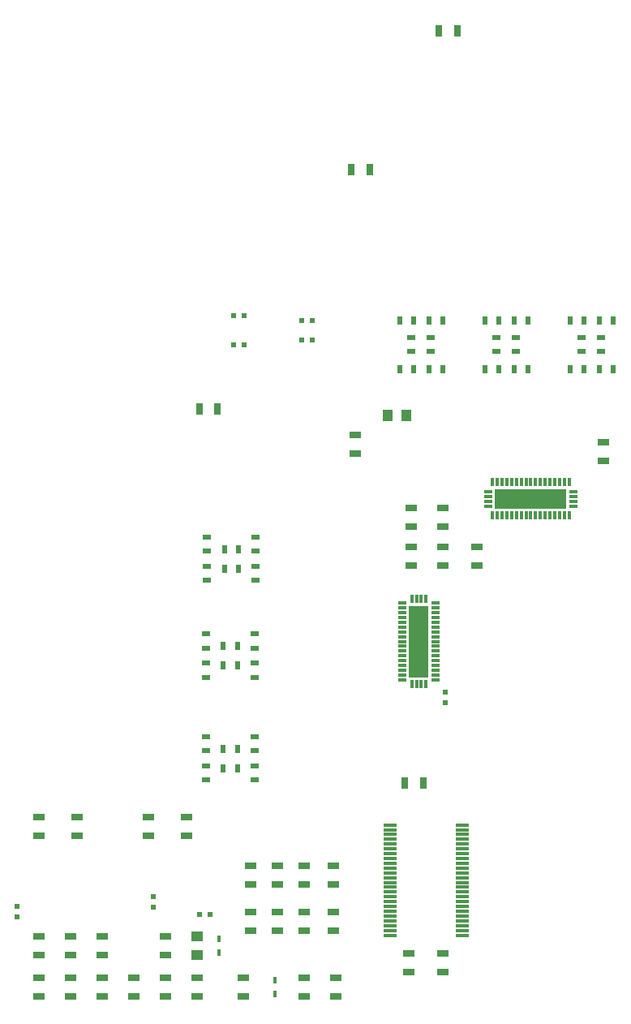
<source format=gbr>
%TF.GenerationSoftware,KiCad,Pcbnew,(6.0.9)*%
%TF.CreationDate,2022-12-19T19:37:01+02:00*%
%TF.ProjectId,FMC_MIPI_v2,464d435f-4d49-4504-995f-76322e6b6963,rev?*%
%TF.SameCoordinates,Original*%
%TF.FileFunction,Paste,Top*%
%TF.FilePolarity,Positive*%
%FSLAX46Y46*%
G04 Gerber Fmt 4.6, Leading zero omitted, Abs format (unit mm)*
G04 Created by KiCad (PCBNEW (6.0.9)) date 2022-12-19 19:37:01*
%MOMM*%
%LPD*%
G01*
G04 APERTURE LIST*
%ADD10R,1.475000X0.300000*%
%ADD11R,0.420000X0.750000*%
%ADD12R,0.299720X0.848360*%
%ADD13R,0.848360X0.299720*%
%ADD14R,7.548880X2.049780*%
%ADD15R,0.900000X0.500000*%
%ADD16R,0.500000X0.900000*%
%ADD17R,1.300000X0.700000*%
%ADD18R,0.700000X1.300000*%
%ADD19R,1.000000X1.250000*%
%ADD20R,2.049780X7.548880*%
%ADD21R,0.500000X0.600000*%
%ADD22R,1.250000X1.000000*%
%ADD23R,0.600000X0.500000*%
G04 APERTURE END LIST*
D10*
%TO.C,U3*%
X131594000Y-119472000D03*
X131594000Y-119972000D03*
X131594000Y-120472000D03*
X131594000Y-120972000D03*
X131594000Y-121472000D03*
X131594000Y-121972000D03*
X131594000Y-122472000D03*
X131594000Y-122972000D03*
X131594000Y-123472000D03*
X131594000Y-123972000D03*
X131594000Y-124472000D03*
X131594000Y-124972000D03*
X131594000Y-125472000D03*
X131594000Y-125972000D03*
X131594000Y-126472000D03*
X131594000Y-126972000D03*
X131594000Y-127472000D03*
X131594000Y-127972000D03*
X131594000Y-128472000D03*
X131594000Y-128972000D03*
X131594000Y-129472000D03*
X131594000Y-129972000D03*
X131594000Y-130472000D03*
X131594000Y-130972000D03*
X139170000Y-130972000D03*
X139170000Y-130472000D03*
X139170000Y-129972000D03*
X139170000Y-129472000D03*
X139170000Y-128972000D03*
X139170000Y-128472000D03*
X139170000Y-127972000D03*
X139170000Y-127472000D03*
X139170000Y-126972000D03*
X139170000Y-126472000D03*
X139170000Y-125972000D03*
X139170000Y-125472000D03*
X139170000Y-124972000D03*
X139170000Y-124472000D03*
X139170000Y-123972000D03*
X139170000Y-123472000D03*
X139170000Y-122972000D03*
X139170000Y-122472000D03*
X139170000Y-121972000D03*
X139170000Y-121472000D03*
X139170000Y-120972000D03*
X139170000Y-120472000D03*
X139170000Y-119972000D03*
X139170000Y-119472000D03*
%TD*%
D11*
%TO.C,D2*%
X119634000Y-135698000D03*
X119634000Y-137098000D03*
%TD*%
%TO.C,D1*%
X113792000Y-131380000D03*
X113792000Y-132780000D03*
%TD*%
D12*
%TO.C,U6*%
X142306040Y-87170260D03*
X142806420Y-87170260D03*
X143304260Y-87170260D03*
X143804640Y-87170260D03*
X144305020Y-87170260D03*
X144805400Y-87170260D03*
X145305780Y-87170260D03*
X145806160Y-87170260D03*
X146304000Y-87170260D03*
X146801840Y-87170260D03*
X147302220Y-87170260D03*
X147802600Y-87170260D03*
X148302980Y-87170260D03*
X148803360Y-87170260D03*
X149303740Y-87170260D03*
X149801580Y-87170260D03*
X150301960Y-87170260D03*
D13*
X150776940Y-86194900D03*
X150776940Y-85694520D03*
X150776940Y-85196680D03*
X150776940Y-84696300D03*
D12*
X150301960Y-83720940D03*
X149801580Y-83720940D03*
X149303740Y-83720940D03*
X148803360Y-83720940D03*
X148302980Y-83720940D03*
X147802600Y-83720940D03*
X147302220Y-83720940D03*
X146801840Y-83720940D03*
X146304000Y-83720940D03*
X145806160Y-83720940D03*
X145305780Y-83720940D03*
X144805400Y-83720940D03*
X144305020Y-83720940D03*
X143804640Y-83720940D03*
X143304260Y-83720940D03*
X142806420Y-83720940D03*
X142306040Y-83720940D03*
D13*
X141831060Y-84696300D03*
X141831060Y-85196680D03*
X141831060Y-85694520D03*
X141831060Y-86194900D03*
D14*
X146304000Y-85445600D03*
%TD*%
D15*
%TO.C,R54*%
X135890000Y-70092000D03*
X135890000Y-68592000D03*
%TD*%
D16*
%TO.C,R52*%
X135648000Y-66802000D03*
X137148000Y-66802000D03*
%TD*%
%TO.C,R48*%
X115685000Y-100812600D03*
X114185000Y-100812600D03*
%TD*%
%TO.C,R51*%
X132600000Y-66802000D03*
X134100000Y-66802000D03*
%TD*%
D15*
%TO.C,R53*%
X133858000Y-70092000D03*
X133858000Y-68592000D03*
%TD*%
D16*
%TO.C,R47*%
X115685000Y-102844600D03*
X114185000Y-102844600D03*
%TD*%
D15*
%TO.C,R45*%
X112395000Y-104102600D03*
X112395000Y-102602600D03*
%TD*%
%TO.C,R46*%
X112395000Y-101054600D03*
X112395000Y-99554600D03*
%TD*%
D17*
%TO.C,R1*%
X137160000Y-86426000D03*
X137160000Y-88326000D03*
%TD*%
%TO.C,R38*%
X153924000Y-81468000D03*
X153924000Y-79568000D03*
%TD*%
D16*
%TO.C,R63*%
X150380000Y-66802000D03*
X151880000Y-66802000D03*
%TD*%
%TO.C,R64*%
X153428000Y-66802000D03*
X154928000Y-66802000D03*
%TD*%
D15*
%TO.C,R65*%
X151638000Y-70092000D03*
X151638000Y-68592000D03*
%TD*%
%TO.C,R66*%
X153670000Y-70092000D03*
X153670000Y-68592000D03*
%TD*%
D17*
%TO.C,R5*%
X117094000Y-123764000D03*
X117094000Y-125664000D03*
%TD*%
%TO.C,R7*%
X119888000Y-128590000D03*
X119888000Y-130490000D03*
%TD*%
%TO.C,R14*%
X133604000Y-134808000D03*
X133604000Y-132908000D03*
%TD*%
D18*
%TO.C,R18*%
X136718000Y-36576000D03*
X138618000Y-36576000D03*
%TD*%
D17*
%TO.C,R9*%
X122682000Y-130490000D03*
X122682000Y-128590000D03*
%TD*%
%TO.C,R6*%
X117094000Y-128590000D03*
X117094000Y-130490000D03*
%TD*%
%TO.C,R11*%
X125730000Y-123764000D03*
X125730000Y-125664000D03*
%TD*%
%TO.C,R8*%
X116332000Y-137348000D03*
X116332000Y-135448000D03*
%TD*%
D19*
%TO.C,C27*%
X133334000Y-76708000D03*
X131334000Y-76708000D03*
%TD*%
D17*
%TO.C,R17*%
X128016000Y-78806000D03*
X128016000Y-80706000D03*
%TD*%
%TO.C,R27*%
X133858000Y-92390000D03*
X133858000Y-90490000D03*
%TD*%
D16*
%TO.C,R58*%
X144538000Y-66802000D03*
X146038000Y-66802000D03*
%TD*%
%TO.C,R57*%
X141490000Y-66802000D03*
X142990000Y-66802000D03*
%TD*%
D15*
%TO.C,R60*%
X144780000Y-70092000D03*
X144780000Y-68592000D03*
%TD*%
%TO.C,R59*%
X142748000Y-70092000D03*
X142748000Y-68592000D03*
%TD*%
D13*
%TO.C,U5*%
X136344660Y-104327960D03*
X136344660Y-103827580D03*
X136344660Y-103329740D03*
X136344660Y-102829360D03*
X136344660Y-102328980D03*
X136344660Y-101828600D03*
X136344660Y-101328220D03*
X136344660Y-100827840D03*
X136344660Y-100330000D03*
X136344660Y-99832160D03*
X136344660Y-99331780D03*
X136344660Y-98831400D03*
X136344660Y-98331020D03*
X136344660Y-97830640D03*
X136344660Y-97330260D03*
X136344660Y-96832420D03*
X136344660Y-96332040D03*
D12*
X135369300Y-95857060D03*
X134868920Y-95857060D03*
X134371080Y-95857060D03*
X133870700Y-95857060D03*
D13*
X132895340Y-96332040D03*
X132895340Y-96832420D03*
X132895340Y-97330260D03*
X132895340Y-97830640D03*
X132895340Y-98331020D03*
X132895340Y-98831400D03*
X132895340Y-99331780D03*
X132895340Y-99832160D03*
X132895340Y-100330000D03*
X132895340Y-100827840D03*
X132895340Y-101328220D03*
X132895340Y-101828600D03*
X132895340Y-102328980D03*
X132895340Y-102829360D03*
X132895340Y-103329740D03*
X132895340Y-103827580D03*
X132895340Y-104327960D03*
D12*
X133870700Y-104802940D03*
X134371080Y-104802940D03*
X134868920Y-104802940D03*
X135369300Y-104802940D03*
D20*
X134620000Y-100330000D03*
%TD*%
D21*
%TO.C,C19*%
X137414000Y-106722000D03*
X137414000Y-105622000D03*
%TD*%
D17*
%TO.C,R75*%
X137160000Y-92390000D03*
X137160000Y-90490000D03*
%TD*%
%TO.C,R29*%
X104902000Y-137348000D03*
X104902000Y-135448000D03*
%TD*%
%TO.C,R30*%
X108204000Y-135448000D03*
X108204000Y-137348000D03*
%TD*%
%TO.C,R32*%
X98298000Y-137348000D03*
X98298000Y-135448000D03*
%TD*%
%TO.C,R33*%
X101600000Y-137348000D03*
X101600000Y-135448000D03*
%TD*%
%TO.C,R34*%
X94996000Y-137348000D03*
X94996000Y-135448000D03*
%TD*%
%TO.C,R35*%
X111506000Y-135448000D03*
X111506000Y-137348000D03*
%TD*%
%TO.C,R36*%
X137160000Y-132908000D03*
X137160000Y-134808000D03*
%TD*%
D21*
%TO.C,C37*%
X106934000Y-126958000D03*
X106934000Y-128058000D03*
%TD*%
D15*
%TO.C,R40*%
X112395000Y-111748000D03*
X112395000Y-110248000D03*
%TD*%
D16*
%TO.C,R42*%
X115685000Y-111506000D03*
X114185000Y-111506000D03*
%TD*%
D15*
%TO.C,R39*%
X112395000Y-114796000D03*
X112395000Y-113296000D03*
%TD*%
D17*
%TO.C,R37*%
X140716000Y-92390000D03*
X140716000Y-90490000D03*
%TD*%
%TO.C,R3*%
X122682000Y-123764000D03*
X122682000Y-125664000D03*
%TD*%
%TO.C,R20*%
X94996000Y-120584000D03*
X94996000Y-118684000D03*
%TD*%
%TO.C,R22*%
X98933000Y-118684000D03*
X98933000Y-120584000D03*
%TD*%
%TO.C,R21*%
X106426000Y-118684000D03*
X106426000Y-120584000D03*
%TD*%
%TO.C,R19*%
X110363000Y-120584000D03*
X110363000Y-118684000D03*
%TD*%
%TO.C,R26*%
X108204000Y-131130000D03*
X108204000Y-133030000D03*
%TD*%
%TO.C,R25*%
X101600000Y-131130000D03*
X101600000Y-133030000D03*
%TD*%
%TO.C,R23*%
X94996000Y-133030000D03*
X94996000Y-131130000D03*
%TD*%
%TO.C,R24*%
X98298000Y-133030000D03*
X98298000Y-131130000D03*
%TD*%
D22*
%TO.C,C4*%
X111506000Y-133080000D03*
X111506000Y-131080000D03*
%TD*%
D16*
%TO.C,R41*%
X115685000Y-113538000D03*
X114185000Y-113538000D03*
%TD*%
D17*
%TO.C,R4*%
X119888000Y-123764000D03*
X119888000Y-125664000D03*
%TD*%
D18*
%TO.C,R31*%
X133162000Y-115062000D03*
X135062000Y-115062000D03*
%TD*%
D23*
%TO.C,C41*%
X111718000Y-128778000D03*
X112818000Y-128778000D03*
%TD*%
D15*
%TO.C,R43*%
X117475000Y-114796000D03*
X117475000Y-113296000D03*
%TD*%
%TO.C,R44*%
X117475000Y-111748000D03*
X117475000Y-110248000D03*
%TD*%
%TO.C,R49*%
X117475000Y-104102600D03*
X117475000Y-102602600D03*
%TD*%
%TO.C,R50*%
X117475000Y-101054600D03*
X117475000Y-99554600D03*
%TD*%
D16*
%TO.C,R55*%
X132600000Y-71882000D03*
X134100000Y-71882000D03*
%TD*%
%TO.C,R56*%
X135648000Y-71882000D03*
X137148000Y-71882000D03*
%TD*%
%TO.C,R61*%
X141490000Y-71882000D03*
X142990000Y-71882000D03*
%TD*%
%TO.C,R62*%
X144538000Y-71882000D03*
X146038000Y-71882000D03*
%TD*%
%TO.C,R67*%
X150380000Y-71882000D03*
X151880000Y-71882000D03*
%TD*%
%TO.C,R68*%
X153428000Y-71882000D03*
X154928000Y-71882000D03*
%TD*%
D23*
%TO.C,C17*%
X122386000Y-68834000D03*
X123486000Y-68834000D03*
%TD*%
%TO.C,C15*%
X116416000Y-66294000D03*
X115316000Y-66294000D03*
%TD*%
%TO.C,C16*%
X116374000Y-69342000D03*
X115274000Y-69342000D03*
%TD*%
D18*
%TO.C,R2*%
X113599000Y-76073000D03*
X111699000Y-76073000D03*
%TD*%
D15*
%TO.C,R74*%
X117602000Y-90920000D03*
X117602000Y-89420000D03*
%TD*%
%TO.C,R73*%
X117602000Y-93968000D03*
X117602000Y-92468000D03*
%TD*%
%TO.C,R70*%
X112522000Y-90920000D03*
X112522000Y-89420000D03*
%TD*%
%TO.C,R69*%
X112522000Y-93968000D03*
X112522000Y-92468000D03*
%TD*%
D16*
%TO.C,R72*%
X115812000Y-90678000D03*
X114312000Y-90678000D03*
%TD*%
%TO.C,R71*%
X115812000Y-92710000D03*
X114312000Y-92710000D03*
%TD*%
D18*
%TO.C,R16*%
X127574000Y-51054000D03*
X129474000Y-51054000D03*
%TD*%
D23*
%TO.C,C14*%
X122386000Y-66802000D03*
X123486000Y-66802000D03*
%TD*%
D17*
%TO.C,R12*%
X125984000Y-137348000D03*
X125984000Y-135448000D03*
%TD*%
%TO.C,R15*%
X122682000Y-137348000D03*
X122682000Y-135448000D03*
%TD*%
%TO.C,R13*%
X125730000Y-128590000D03*
X125730000Y-130490000D03*
%TD*%
D21*
%TO.C,C38*%
X92710000Y-127974000D03*
X92710000Y-129074000D03*
%TD*%
D17*
%TO.C,R28*%
X133858000Y-86426000D03*
X133858000Y-88326000D03*
%TD*%
M02*

</source>
